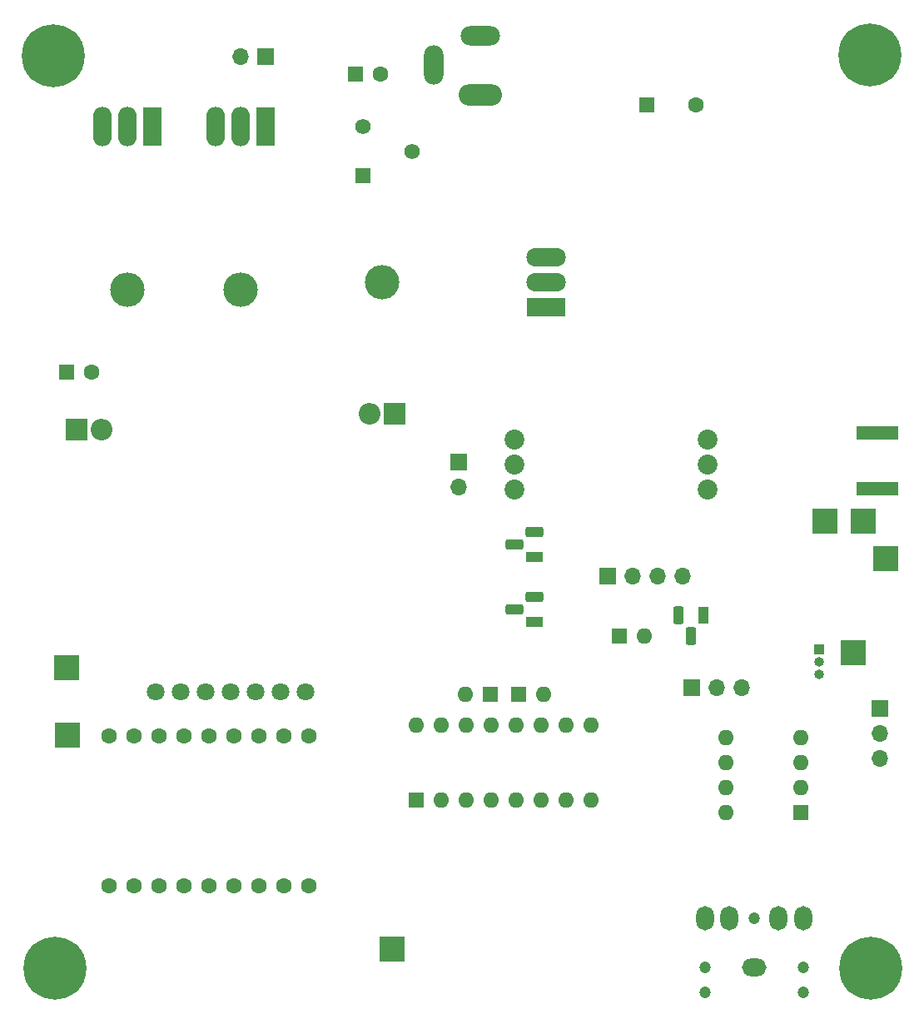
<source format=gbr>
%TF.GenerationSoftware,KiCad,Pcbnew,8.99.0-unknown-498d2c9db1~178~ubuntu22.04.1*%
%TF.CreationDate,2024-05-21T12:15:03+05:30*%
%TF.ProjectId,DDX-4,4444582d-342e-46b6-9963-61645f706362,rev?*%
%TF.SameCoordinates,Original*%
%TF.FileFunction,Soldermask,Bot*%
%TF.FilePolarity,Negative*%
%FSLAX46Y46*%
G04 Gerber Fmt 4.6, Leading zero omitted, Abs format (unit mm)*
G04 Created by KiCad (PCBNEW 8.99.0-unknown-498d2c9db1~178~ubuntu22.04.1) date 2024-05-21 12:15:03*
%MOMM*%
%LPD*%
G01*
G04 APERTURE LIST*
G04 Aperture macros list*
%AMRoundRect*
0 Rectangle with rounded corners*
0 $1 Rounding radius*
0 $2 $3 $4 $5 $6 $7 $8 $9 X,Y pos of 4 corners*
0 Add a 4 corners polygon primitive as box body*
4,1,4,$2,$3,$4,$5,$6,$7,$8,$9,$2,$3,0*
0 Add four circle primitives for the rounded corners*
1,1,$1+$1,$2,$3*
1,1,$1+$1,$4,$5*
1,1,$1+$1,$6,$7*
1,1,$1+$1,$8,$9*
0 Add four rect primitives between the rounded corners*
20,1,$1+$1,$2,$3,$4,$5,0*
20,1,$1+$1,$4,$5,$6,$7,0*
20,1,$1+$1,$6,$7,$8,$9,0*
20,1,$1+$1,$8,$9,$2,$3,0*%
G04 Aperture macros list end*
%ADD10O,3.500000X3.500000*%
%ADD11R,4.000000X1.905000*%
%ADD12O,4.000000X1.905000*%
%ADD13R,1.600000X1.600000*%
%ADD14C,1.600000*%
%ADD15R,1.560000X1.560000*%
%ADD16C,1.560000*%
%ADD17R,2.500000X2.500000*%
%ADD18R,2.200000X2.200000*%
%ADD19O,2.200000X2.200000*%
%ADD20C,0.800000*%
%ADD21C,6.400000*%
%ADD22R,4.200000X1.350000*%
%ADD23O,1.600000X1.600000*%
%ADD24C,2.020000*%
%ADD25O,4.400000X2.200000*%
%ADD26O,4.000000X2.000000*%
%ADD27O,2.000000X4.000000*%
%ADD28R,1.700000X1.700000*%
%ADD29O,1.700000X1.700000*%
%ADD30C,1.200000*%
%ADD31O,1.800000X2.500000*%
%ADD32O,2.500000X1.800000*%
%ADD33R,1.905000X4.000000*%
%ADD34O,1.905000X4.000000*%
%ADD35R,1.800000X1.100000*%
%ADD36RoundRect,0.275000X0.625000X-0.275000X0.625000X0.275000X-0.625000X0.275000X-0.625000X-0.275000X0*%
%ADD37R,1.000000X1.000000*%
%ADD38O,1.000000X1.000000*%
%ADD39R,1.100000X1.800000*%
%ADD40RoundRect,0.275000X0.275000X0.625000X-0.275000X0.625000X-0.275000X-0.625000X0.275000X-0.625000X0*%
%ADD41C,1.800000*%
G04 APERTURE END LIST*
D10*
%TO.C,Q2*%
X173876000Y-89407000D03*
D11*
X190536000Y-91947000D03*
D12*
X190536000Y-89407000D03*
X190536000Y-86867000D03*
%TD*%
D13*
%TO.C,C5*%
X200797349Y-71350000D03*
D14*
X205797349Y-71350000D03*
%TD*%
D13*
%TO.C,C14*%
X171169888Y-68175000D03*
D14*
X173669888Y-68175000D03*
%TD*%
D15*
%TO.C,RV1*%
X171910000Y-78550000D03*
D16*
X176910000Y-76050000D03*
X171910000Y-73550000D03*
%TD*%
D13*
%TO.C,C44*%
X141820000Y-98540000D03*
D14*
X144320000Y-98540000D03*
%TD*%
D17*
%TO.C,TP7*%
X221790000Y-127070000D03*
%TD*%
D18*
%TO.C,D5*%
X142780000Y-104370000D03*
D19*
X145320000Y-104370000D03*
%TD*%
D20*
%TO.C,H3*%
X138152944Y-159132944D03*
X138855888Y-157435888D03*
X138855888Y-160830000D03*
X140552944Y-156732944D03*
D21*
X140552944Y-159132944D03*
D20*
X140552944Y-161532944D03*
X142250000Y-157435888D03*
X142250000Y-160830000D03*
X142952944Y-159132944D03*
%TD*%
D22*
%TO.C,ANTENNA1*%
X224230000Y-110380000D03*
X224230000Y-104730000D03*
%TD*%
D13*
%TO.C,D3*%
X197970000Y-125390000D03*
D23*
X200510000Y-125390000D03*
%TD*%
D24*
%TO.C,BPF2*%
X187340000Y-105370000D03*
X187340000Y-107910000D03*
X187340000Y-110450000D03*
X207010000Y-105370000D03*
X207010000Y-107910000D03*
X207010000Y-110450000D03*
%TD*%
D25*
%TO.C,Power1*%
X183850000Y-70312500D03*
D26*
X183850000Y-64312500D03*
D27*
X179150000Y-67312500D03*
%TD*%
D28*
%TO.C,VOL1*%
X205334000Y-130580000D03*
D29*
X207874000Y-130580000D03*
X210414000Y-130580000D03*
%TD*%
D30*
%TO.C,AUDIO1*%
X206680000Y-161590000D03*
X216680000Y-161590000D03*
X206680000Y-159090000D03*
X216680000Y-159090000D03*
X211680000Y-154090000D03*
D31*
X206680000Y-154090000D03*
X209180000Y-154090000D03*
D32*
X211680000Y-159090000D03*
D31*
X216680000Y-154090000D03*
X214180000Y-154090000D03*
%TD*%
D13*
%TO.C,U7*%
X177356000Y-142058000D03*
D23*
X179896000Y-142058000D03*
X182436000Y-142058000D03*
X184976000Y-142058000D03*
X187516000Y-142058000D03*
X190056000Y-142058000D03*
X192596000Y-142058000D03*
X195136000Y-142058000D03*
X195136000Y-134438000D03*
X192596000Y-134438000D03*
X190056000Y-134438000D03*
X187516000Y-134438000D03*
X184976000Y-134438000D03*
X182436000Y-134438000D03*
X179896000Y-134438000D03*
X177356000Y-134438000D03*
%TD*%
D13*
%TO.C,D9*%
X187714315Y-131280000D03*
D23*
X190254315Y-131280000D03*
%TD*%
D20*
%TO.C,H4*%
X221130000Y-159130000D03*
X221832944Y-157432944D03*
X221832944Y-160827056D03*
X223530000Y-156730000D03*
D21*
X223530000Y-159130000D03*
D20*
X223530000Y-161530000D03*
X225227056Y-157432944D03*
X225227056Y-160827056D03*
X225930000Y-159130000D03*
%TD*%
D17*
%TO.C,TP2*%
X141770000Y-128540000D03*
%TD*%
%TO.C,TP3*%
X218920000Y-113650000D03*
%TD*%
D10*
%TO.C,U1*%
X147980000Y-90170000D03*
D33*
X150520000Y-73510000D03*
D34*
X147980000Y-73510000D03*
X145440000Y-73510000D03*
%TD*%
D13*
%TO.C,U8*%
X216496000Y-143333000D03*
D23*
X216496000Y-140793000D03*
X216496000Y-138253000D03*
X216496000Y-135713000D03*
X208876000Y-135713000D03*
X208876000Y-138253000D03*
X208876000Y-140793000D03*
X208876000Y-143333000D03*
%TD*%
D18*
%TO.C,D4*%
X175143234Y-102750000D03*
D19*
X172603234Y-102750000D03*
%TD*%
D17*
%TO.C,TP6*%
X225070000Y-117490000D03*
%TD*%
D35*
%TO.C,Q3*%
X189380000Y-123920000D03*
D36*
X187310000Y-122650000D03*
X189380000Y-121380000D03*
%TD*%
D28*
%TO.C,J2*%
X196790000Y-119290000D03*
D29*
X199330000Y-119290000D03*
X201870000Y-119290000D03*
X204410000Y-119290000D03*
%TD*%
D14*
%TO.C,RZ1*%
X153730000Y-150790000D03*
X156270000Y-150790000D03*
X158810000Y-150790000D03*
X161350000Y-150790000D03*
X163890000Y-150790000D03*
X166430000Y-150790000D03*
X166430000Y-135550000D03*
X163890000Y-135550000D03*
X161350000Y-135550000D03*
X158810000Y-135550000D03*
X156270000Y-135550000D03*
X153730000Y-135550000D03*
X151190000Y-135550000D03*
X148650000Y-135550000D03*
X146110000Y-135550000D03*
X146110000Y-150790000D03*
X148650000Y-150790000D03*
X151190000Y-150790000D03*
%TD*%
D28*
%TO.C,GAIN1*%
X224510000Y-132740000D03*
D29*
X224510000Y-135280000D03*
X224510000Y-137820000D03*
%TD*%
D20*
%TO.C,H1*%
X138042944Y-66312944D03*
X138745888Y-64615888D03*
X138745888Y-68010000D03*
X140442944Y-63912944D03*
D21*
X140442944Y-66312944D03*
D20*
X140442944Y-68712944D03*
X142140000Y-64615888D03*
X142140000Y-68010000D03*
X142842944Y-66312944D03*
%TD*%
D13*
%TO.C,D8*%
X184916000Y-131248000D03*
D23*
X182376000Y-131248000D03*
%TD*%
D37*
%TO.C,GAIN2*%
X218300000Y-126720000D03*
D38*
X218300000Y-127990000D03*
X218300000Y-129260000D03*
%TD*%
D17*
%TO.C,TP1*%
X141880000Y-135450000D03*
%TD*%
D10*
%TO.C,U3*%
X159480000Y-90170000D03*
D33*
X162020000Y-73510000D03*
D34*
X159480000Y-73510000D03*
X156940000Y-73510000D03*
%TD*%
D20*
%TO.C,H2*%
X221057056Y-66302944D03*
X221760000Y-64605888D03*
X221760000Y-68000000D03*
X223457056Y-63902944D03*
D21*
X223457056Y-66302944D03*
D20*
X223457056Y-68702944D03*
X225154112Y-64605888D03*
X225154112Y-68000000D03*
X225857056Y-66302944D03*
%TD*%
D35*
%TO.C,Q4*%
X189370000Y-117340000D03*
D36*
X187300000Y-116070000D03*
X189370000Y-114800000D03*
%TD*%
D28*
%TO.C,JP1*%
X181680000Y-107700000D03*
D29*
X181680000Y-110240000D03*
%TD*%
D28*
%TO.C,JP2*%
X162030000Y-66400000D03*
D29*
X159490000Y-66400000D03*
%TD*%
D17*
%TO.C,TP5*%
X174900000Y-157200000D03*
%TD*%
%TO.C,TP4*%
X222840000Y-113670000D03*
%TD*%
D39*
%TO.C,Q1*%
X206530000Y-123260000D03*
D40*
X205260000Y-125330000D03*
X203990000Y-123260000D03*
%TD*%
D41*
%TO.C,U5*%
X166070500Y-131043200D03*
X163530500Y-131043200D03*
X160990500Y-131043200D03*
X158450500Y-131043200D03*
X155910500Y-131043200D03*
X153370500Y-131043200D03*
X150830500Y-131043200D03*
%TD*%
M02*

</source>
